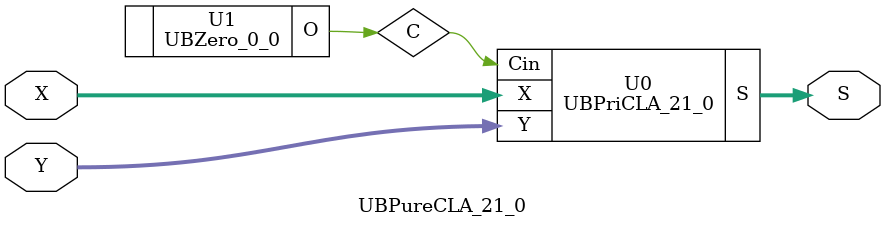
<source format=v>
/*----------------------------------------------------------------------------
  Copyright (c) 2021 Homma laboratory. All rights reserved.

  Top module: UBCLA_21_0_21_0

  Operand-1 length: 22
  Operand-2 length: 22
  Two-operand addition algorithm: Carry look-ahead adder
----------------------------------------------------------------------------*/

module GPGenerator(Go, Po, A, B);
  output Go;
  output Po;
  input A;
  input B;
  assign Go = A & B;
  assign Po = A ^ B;
endmodule

module CLAUnit_22(C, G, P, Cin);
  output [22:1] C;
  input Cin;
  input [21:0] G;
  input [21:0] P;
  assign C[1] = G[0] | ( P[0] & Cin );
  assign C[2] = G[1] | ( P[1] & G[0] ) | ( P[1] & P[0] & Cin );
  assign C[3] = G[2] | ( P[2] & G[1] ) | ( P[2] & P[1] & G[0] ) | ( P[2] & P[1] & P[0] & Cin );
  assign C[4] = G[3] | ( P[3] & G[2] ) | ( P[3] & P[2] & G[1] ) | ( P[3] & P[2] & P[1] & G[0] ) | ( P[3] & P[2] & P[1] & P[0] & Cin );
  assign C[5] = G[4] | ( P[4] & G[3] ) | ( P[4] & P[3] & G[2] ) | ( P[4] & P[3] & P[2] & G[1] ) | ( P[4] & P[3] & P[2] & P[1] & G[0] ) | ( P[4] & P[3] & P[2] & P[1] & P[0] & Cin );
  assign C[6] = G[5] | ( P[5] & G[4] ) | ( P[5] & P[4] & G[3] ) | ( P[5] & P[4] & P[3] & G[2] ) | ( P[5] & P[4] & P[3] & P[2] & G[1] ) | ( P[5] & P[4] & P[3] & P[2] & P[1] & G[0] ) | ( P[5] & P[4] & P[3]
 & P[2] & P[1] & P[0] & Cin );
  assign C[7] = G[6] | ( P[6] & G[5] ) | ( P[6] & P[5] & G[4] ) | ( P[6] & P[5] & P[4] & G[3] ) | ( P[6] & P[5] & P[4] & P[3] & G[2] ) | ( P[6] & P[5] & P[4] & P[3] & P[2] & G[1] ) | ( P[6] & P[5] & P[4]
 & P[3] & P[2] & P[1] & G[0] ) | ( P[6] & P[5] & P[4] & P[3] & P[2] & P[1] & P[0] & Cin );
  assign C[8] = G[7] | ( P[7] & G[6] ) | ( P[7] & P[6] & G[5] ) | ( P[7] & P[6] & P[5] & G[4] ) | ( P[7] & P[6] & P[5] & P[4] & G[3] ) | ( P[7] & P[6] & P[5] & P[4] & P[3] & G[2] ) | ( P[7] & P[6] & P[5]
 & P[4] & P[3] & P[2] & G[1] ) | ( P[7] & P[6] & P[5] & P[4] & P[3] & P[2] & P[1] & G[0] ) | ( P[7] & P[6] & P[5] & P[4] & P[3] & P[2] & P[1] & P[0] & Cin );
  assign C[9] = G[8] | ( P[8] & G[7] ) | ( P[8] & P[7] & G[6] ) | ( P[8] & P[7] & P[6] & G[5] ) | ( P[8] & P[7] & P[6] & P[5] & G[4] ) | ( P[8] & P[7] & P[6] & P[5] & P[4] & G[3] ) | ( P[8] & P[7] & P[6]
 & P[5] & P[4] & P[3] & G[2] ) | ( P[8] & P[7] & P[6] & P[5] & P[4] & P[3] & P[2] & G[1] ) | ( P[8] & P[7] & P[6] & P[5] & P[4] & P[3] & P[2] & P[1] & G[0] ) | ( P[8] & P[7] & P[6] & P[5] & P[4] & P[3]
 & P[2] & P[1] & P[0] & Cin );
  assign C[10] = G[9] | ( P[9] & G[8] ) | ( P[9] & P[8] & G[7] ) | ( P[9] & P[8] & P[7] & G[6] ) | ( P[9] & P[8] & P[7] & P[6] & G[5] ) | ( P[9] & P[8] & P[7] & P[6] & P[5] & G[4] ) | ( P[9] & P[8] & P[7]
 & P[6] & P[5] & P[4] & G[3] ) | ( P[9] & P[8] & P[7] & P[6] & P[5] & P[4] & P[3] & G[2] ) | ( P[9] & P[8] & P[7] & P[6] & P[5] & P[4] & P[3] & P[2] & G[1] ) | ( P[9] & P[8] & P[7] & P[6] & P[5] & P[4]
 & P[3] & P[2] & P[1] & G[0] ) | ( P[9] & P[8] & P[7] & P[6] & P[5] & P[4] & P[3] & P[2] & P[1] & P[0] & Cin );
  assign C[11] = G[10] | ( P[10] & G[9] ) | ( P[10] & P[9] & G[8] ) | ( P[10] & P[9] & P[8] & G[7] ) | ( P[10] & P[9] & P[8] & P[7] & G[6] ) | ( P[10] & P[9] & P[8] & P[7] & P[6] & G[5] ) | ( P[10] & P[9]
 & P[8] & P[7] & P[6] & P[5] & G[4] ) | ( P[10] & P[9] & P[8] & P[7] & P[6] & P[5] & P[4] & G[3] ) | ( P[10] & P[9] & P[8] & P[7] & P[6] & P[5] & P[4] & P[3] & G[2] ) | ( P[10] & P[9] & P[8] & P[7] & P[6]
 & P[5] & P[4] & P[3] & P[2] & G[1] ) | ( P[10] & P[9] & P[8] & P[7] & P[6] & P[5] & P[4] & P[3] & P[2] & P[1] & G[0] ) | ( P[10] & P[9] & P[8] & P[7] & P[6] & P[5] & P[4] & P[3] & P[2] & P[1] & P[0] &
 Cin );
  assign C[12] = G[11] | ( P[11] & G[10] ) | ( P[11] & P[10] & G[9] ) | ( P[11] & P[10] & P[9] & G[8] ) | ( P[11] & P[10] & P[9] & P[8] & G[7] ) | ( P[11] & P[10] & P[9] & P[8] & P[7] & G[6] ) | ( P[11]
 & P[10] & P[9] & P[8] & P[7] & P[6] & G[5] ) | ( P[11] & P[10] & P[9] & P[8] & P[7] & P[6] & P[5] & G[4] ) | ( P[11] & P[10] & P[9] & P[8] & P[7] & P[6] & P[5] & P[4] & G[3] ) | ( P[11] & P[10] & P[9]
 & P[8] & P[7] & P[6] & P[5] & P[4] & P[3] & G[2] ) | ( P[11] & P[10] & P[9] & P[8] & P[7] & P[6] & P[5] & P[4] & P[3] & P[2] & G[1] ) | ( P[11] & P[10] & P[9] & P[8] & P[7] & P[6] & P[5] & P[4] & P[3]
 & P[2] & P[1] & G[0] ) | ( P[11] & P[10] & P[9] & P[8] & P[7] & P[6] & P[5] & P[4] & P[3] & P[2] & P[1] & P[0] & Cin );
  assign C[13] = G[12] | ( P[12] & G[11] ) | ( P[12] & P[11] & G[10] ) | ( P[12] & P[11] & P[10] & G[9] ) | ( P[12] & P[11] & P[10] & P[9] & G[8] ) | ( P[12] & P[11] & P[10] & P[9] & P[8] & G[7] ) | ( P[12]
 & P[11] & P[10] & P[9] & P[8] & P[7] & G[6] ) | ( P[12] & P[11] & P[10] & P[9] & P[8] & P[7] & P[6] & G[5] ) | ( P[12] & P[11] & P[10] & P[9] & P[8] & P[7] & P[6] & P[5] & G[4] ) | ( P[12] & P[11] & P[10]
 & P[9] & P[8] & P[7] & P[6] & P[5] & P[4] & G[3] ) | ( P[12] & P[11] & P[10] & P[9] & P[8] & P[7] & P[6] & P[5] & P[4] & P[3] & G[2] ) | ( P[12] & P[11] & P[10] & P[9] & P[8] & P[7] & P[6] & P[5] & P[4]
 & P[3] & P[2] & G[1] ) | ( P[12] & P[11] & P[10] & P[9] & P[8] & P[7] & P[6] & P[5] & P[4] & P[3] & P[2] & P[1] & G[0] ) | ( P[12] & P[11] & P[10] & P[9] & P[8] & P[7] & P[6] & P[5] & P[4] & P[3] & P[2]
 & P[1] & P[0] & Cin );
  assign C[14] = G[13] | ( P[13] & G[12] ) | ( P[13] & P[12] & G[11] ) | ( P[13] & P[12] & P[11] & G[10] ) | ( P[13] & P[12] & P[11] & P[10] & G[9] ) | ( P[13] & P[12] & P[11] & P[10] & P[9] & G[8] ) |
 ( P[13] & P[12] & P[11] & P[10] & P[9] & P[8] & G[7] ) | ( P[13] & P[12] & P[11] & P[10] & P[9] & P[8] & P[7] & G[6] ) | ( P[13] & P[12] & P[11] & P[10] & P[9] & P[8] & P[7] & P[6] & G[5] ) | ( P[13] &
 P[12] & P[11] & P[10] & P[9] & P[8] & P[7] & P[6] & P[5] & G[4] ) | ( P[13] & P[12] & P[11] & P[10] & P[9] & P[8] & P[7] & P[6] & P[5] & P[4] & G[3] ) | ( P[13] & P[12] & P[11] & P[10] & P[9] & P[8] &
 P[7] & P[6] & P[5] & P[4] & P[3] & G[2] ) | ( P[13] & P[12] & P[11] & P[10] & P[9] & P[8] & P[7] & P[6] & P[5] & P[4] & P[3] & P[2] & G[1] ) | ( P[13] & P[12] & P[11] & P[10] & P[9] & P[8] & P[7] & P[6]
 & P[5] & P[4] & P[3] & P[2] & P[1] & G[0] ) | ( P[13] & P[12] & P[11] & P[10] & P[9] & P[8] & P[7] & P[6] & P[5] & P[4] & P[3] & P[2] & P[1] & P[0] & Cin );
  assign C[15] = G[14] | ( P[14] & G[13] ) | ( P[14] & P[13] & G[12] ) | ( P[14] & P[13] & P[12] & G[11] ) | ( P[14] & P[13] & P[12] & P[11] & G[10] ) | ( P[14] & P[13] & P[12] & P[11] & P[10] & G[9] )
 | ( P[14] & P[13] & P[12] & P[11] & P[10] & P[9] & G[8] ) | ( P[14] & P[13] & P[12] & P[11] & P[10] & P[9] & P[8] & G[7] ) | ( P[14] & P[13] & P[12] & P[11] & P[10] & P[9] & P[8] & P[7] & G[6] ) | ( P[14]
 & P[13] & P[12] & P[11] & P[10] & P[9] & P[8] & P[7] & P[6] & G[5] ) | ( P[14] & P[13] & P[12] & P[11] & P[10] & P[9] & P[8] & P[7] & P[6] & P[5] & G[4] ) | ( P[14] & P[13] & P[12] & P[11] & P[10] & P[9]
 & P[8] & P[7] & P[6] & P[5] & P[4] & G[3] ) | ( P[14] & P[13] & P[12] & P[11] & P[10] & P[9] & P[8] & P[7] & P[6] & P[5] & P[4] & P[3] & G[2] ) | ( P[14] & P[13] & P[12] & P[11] & P[10] & P[9] & P[8] &
 P[7] & P[6] & P[5] & P[4] & P[3] & P[2] & G[1] ) | ( P[14] & P[13] & P[12] & P[11] & P[10] & P[9] & P[8] & P[7] & P[6] & P[5] & P[4] & P[3] & P[2] & P[1] & G[0] ) | ( P[14] & P[13] & P[12] & P[11] & P[10]
 & P[9] & P[8] & P[7] & P[6] & P[5] & P[4] & P[3] & P[2] & P[1] & P[0] & Cin );
  assign C[16] = G[15] | ( P[15] & G[14] ) | ( P[15] & P[14] & G[13] ) | ( P[15] & P[14] & P[13] & G[12] ) | ( P[15] & P[14] & P[13] & P[12] & G[11] ) | ( P[15] & P[14] & P[13] & P[12] & P[11] & G[10] )
 | ( P[15] & P[14] & P[13] & P[12] & P[11] & P[10] & G[9] ) | ( P[15] & P[14] & P[13] & P[12] & P[11] & P[10] & P[9] & G[8] ) | ( P[15] & P[14] & P[13] & P[12] & P[11] & P[10] & P[9] & P[8] & G[7] ) | (
 P[15] & P[14] & P[13] & P[12] & P[11] & P[10] & P[9] & P[8] & P[7] & G[6] ) | ( P[15] & P[14] & P[13] & P[12] & P[11] & P[10] & P[9] & P[8] & P[7] & P[6] & G[5] ) | ( P[15] & P[14] & P[13] & P[12] & P[11]
 & P[10] & P[9] & P[8] & P[7] & P[6] & P[5] & G[4] ) | ( P[15] & P[14] & P[13] & P[12] & P[11] & P[10] & P[9] & P[8] & P[7] & P[6] & P[5] & P[4] & G[3] ) | ( P[15] & P[14] & P[13] & P[12] & P[11] & P[10]
 & P[9] & P[8] & P[7] & P[6] & P[5] & P[4] & P[3] & G[2] ) | ( P[15] & P[14] & P[13] & P[12] & P[11] & P[10] & P[9] & P[8] & P[7] & P[6] & P[5] & P[4] & P[3] & P[2] & G[1] ) | ( P[15] & P[14] & P[13] &
 P[12] & P[11] & P[10] & P[9] & P[8] & P[7] & P[6] & P[5] & P[4] & P[3] & P[2] & P[1] & G[0] ) | ( P[15] & P[14] & P[13] & P[12] & P[11] & P[10] & P[9] & P[8] & P[7] & P[6] & P[5] & P[4] & P[3] & P[2] &
 P[1] & P[0] & Cin );
  assign C[17] = G[16] | ( P[16] & G[15] ) | ( P[16] & P[15] & G[14] ) | ( P[16] & P[15] & P[14] & G[13] ) | ( P[16] & P[15] & P[14] & P[13] & G[12] ) | ( P[16] & P[15] & P[14] & P[13] & P[12] & G[11] )
 | ( P[16] & P[15] & P[14] & P[13] & P[12] & P[11] & G[10] ) | ( P[16] & P[15] & P[14] & P[13] & P[12] & P[11] & P[10] & G[9] ) | ( P[16] & P[15] & P[14] & P[13] & P[12] & P[11] & P[10] & P[9] & G[8] )
 | ( P[16] & P[15] & P[14] & P[13] & P[12] & P[11] & P[10] & P[9] & P[8] & G[7] ) | ( P[16] & P[15] & P[14] & P[13] & P[12] & P[11] & P[10] & P[9] & P[8] & P[7] & G[6] ) | ( P[16] & P[15] & P[14] & P[13]
 & P[12] & P[11] & P[10] & P[9] & P[8] & P[7] & P[6] & G[5] ) | ( P[16] & P[15] & P[14] & P[13] & P[12] & P[11] & P[10] & P[9] & P[8] & P[7] & P[6] & P[5] & G[4] ) | ( P[16] & P[15] & P[14] & P[13] & P[12]
 & P[11] & P[10] & P[9] & P[8] & P[7] & P[6] & P[5] & P[4] & G[3] ) | ( P[16] & P[15] & P[14] & P[13] & P[12] & P[11] & P[10] & P[9] & P[8] & P[7] & P[6] & P[5] & P[4] & P[3] & G[2] ) | ( P[16] & P[15]
 & P[14] & P[13] & P[12] & P[11] & P[10] & P[9] & P[8] & P[7] & P[6] & P[5] & P[4] & P[3] & P[2] & G[1] ) | ( P[16] & P[15] & P[14] & P[13] & P[12] & P[11] & P[10] & P[9] & P[8] & P[7] & P[6] & P[5] & P[4]
 & P[3] & P[2] & P[1] & G[0] ) | ( P[16] & P[15] & P[14] & P[13] & P[12] & P[11] & P[10] & P[9] & P[8] & P[7] & P[6] & P[5] & P[4] & P[3] & P[2] & P[1] & P[0] & Cin );
  assign C[18] = G[17] | ( P[17] & G[16] ) | ( P[17] & P[16] & G[15] ) | ( P[17] & P[16] & P[15] & G[14] ) | ( P[17] & P[16] & P[15] & P[14] & G[13] ) | ( P[17] & P[16] & P[15] & P[14] & P[13] & G[12] )
 | ( P[17] & P[16] & P[15] & P[14] & P[13] & P[12] & G[11] ) | ( P[17] & P[16] & P[15] & P[14] & P[13] & P[12] & P[11] & G[10] ) | ( P[17] & P[16] & P[15] & P[14] & P[13] & P[12] & P[11] & P[10] & G[9]
 ) | ( P[17] & P[16] & P[15] & P[14] & P[13] & P[12] & P[11] & P[10] & P[9] & G[8] ) | ( P[17] & P[16] & P[15] & P[14] & P[13] & P[12] & P[11] & P[10] & P[9] & P[8] & G[7] ) | ( P[17] & P[16] & P[15] &
 P[14] & P[13] & P[12] & P[11] & P[10] & P[9] & P[8] & P[7] & G[6] ) | ( P[17] & P[16] & P[15] & P[14] & P[13] & P[12] & P[11] & P[10] & P[9] & P[8] & P[7] & P[6] & G[5] ) | ( P[17] & P[16] & P[15] & P[14]
 & P[13] & P[12] & P[11] & P[10] & P[9] & P[8] & P[7] & P[6] & P[5] & G[4] ) | ( P[17] & P[16] & P[15] & P[14] & P[13] & P[12] & P[11] & P[10] & P[9] & P[8] & P[7] & P[6] & P[5] & P[4] & G[3] ) | ( P[17]
 & P[16] & P[15] & P[14] & P[13] & P[12] & P[11] & P[10] & P[9] & P[8] & P[7] & P[6] & P[5] & P[4] & P[3] & G[2] ) | ( P[17] & P[16] & P[15] & P[14] & P[13] & P[12] & P[11] & P[10] & P[9] & P[8] & P[7]
 & P[6] & P[5] & P[4] & P[3] & P[2] & G[1] ) | ( P[17] & P[16] & P[15] & P[14] & P[13] & P[12] & P[11] & P[10] & P[9] & P[8] & P[7] & P[6] & P[5] & P[4] & P[3] & P[2] & P[1] & G[0] ) | ( P[17] & P[16] &
 P[15] & P[14] & P[13] & P[12] & P[11] & P[10] & P[9] & P[8] & P[7] & P[6] & P[5] & P[4] & P[3] & P[2] & P[1] & P[0] & Cin );
  assign C[19] = G[18] | ( P[18] & G[17] ) | ( P[18] & P[17] & G[16] ) | ( P[18] & P[17] & P[16] & G[15] ) | ( P[18] & P[17] & P[16] & P[15] & G[14] ) | ( P[18] & P[17] & P[16] & P[15] & P[14] & G[13] )
 | ( P[18] & P[17] & P[16] & P[15] & P[14] & P[13] & G[12] ) | ( P[18] & P[17] & P[16] & P[15] & P[14] & P[13] & P[12] & G[11] ) | ( P[18] & P[17] & P[16] & P[15] & P[14] & P[13] & P[12] & P[11] & G[10]
 ) | ( P[18] & P[17] & P[16] & P[15] & P[14] & P[13] & P[12] & P[11] & P[10] & G[9] ) | ( P[18] & P[17] & P[16] & P[15] & P[14] & P[13] & P[12] & P[11] & P[10] & P[9] & G[8] ) | ( P[18] & P[17] & P[16]
 & P[15] & P[14] & P[13] & P[12] & P[11] & P[10] & P[9] & P[8] & G[7] ) | ( P[18] & P[17] & P[16] & P[15] & P[14] & P[13] & P[12] & P[11] & P[10] & P[9] & P[8] & P[7] & G[6] ) | ( P[18] & P[17] & P[16]
 & P[15] & P[14] & P[13] & P[12] & P[11] & P[10] & P[9] & P[8] & P[7] & P[6] & G[5] ) | ( P[18] & P[17] & P[16] & P[15] & P[14] & P[13] & P[12] & P[11] & P[10] & P[9] & P[8] & P[7] & P[6] & P[5] & G[4]
 ) | ( P[18] & P[17] & P[16] & P[15] & P[14] & P[13] & P[12] & P[11] & P[10] & P[9] & P[8] & P[7] & P[6] & P[5] & P[4] & G[3] ) | ( P[18] & P[17] & P[16] & P[15] & P[14] & P[13] & P[12] & P[11] & P[10]
 & P[9] & P[8] & P[7] & P[6] & P[5] & P[4] & P[3] & G[2] ) | ( P[18] & P[17] & P[16] & P[15] & P[14] & P[13] & P[12] & P[11] & P[10] & P[9] & P[8] & P[7] & P[6] & P[5] & P[4] & P[3] & P[2] & G[1] ) | (
 P[18] & P[17] & P[16] & P[15] & P[14] & P[13] & P[12] & P[11] & P[10] & P[9] & P[8] & P[7] & P[6] & P[5] & P[4] & P[3] & P[2] & P[1] & G[0] ) | ( P[18] & P[17] & P[16] & P[15] & P[14] & P[13] & P[12] &
 P[11] & P[10] & P[9] & P[8] & P[7] & P[6] & P[5] & P[4] & P[3] & P[2] & P[1] & P[0] & Cin );
  assign C[20] = G[19] | ( P[19] & G[18] ) | ( P[19] & P[18] & G[17] ) | ( P[19] & P[18] & P[17] & G[16] ) | ( P[19] & P[18] & P[17] & P[16] & G[15] ) | ( P[19] & P[18] & P[17] & P[16] & P[15] & G[14] )
 | ( P[19] & P[18] & P[17] & P[16] & P[15] & P[14] & G[13] ) | ( P[19] & P[18] & P[17] & P[16] & P[15] & P[14] & P[13] & G[12] ) | ( P[19] & P[18] & P[17] & P[16] & P[15] & P[14] & P[13] & P[12] & G[11]
 ) | ( P[19] & P[18] & P[17] & P[16] & P[15] & P[14] & P[13] & P[12] & P[11] & G[10] ) | ( P[19] & P[18] & P[17] & P[16] & P[15] & P[14] & P[13] & P[12] & P[11] & P[10] & G[9] ) | ( P[19] & P[18] & P[17]
 & P[16] & P[15] & P[14] & P[13] & P[12] & P[11] & P[10] & P[9] & G[8] ) | ( P[19] & P[18] & P[17] & P[16] & P[15] & P[14] & P[13] & P[12] & P[11] & P[10] & P[9] & P[8] & G[7] ) | ( P[19] & P[18] & P[17]
 & P[16] & P[15] & P[14] & P[13] & P[12] & P[11] & P[10] & P[9] & P[8] & P[7] & G[6] ) | ( P[19] & P[18] & P[17] & P[16] & P[15] & P[14] & P[13] & P[12] & P[11] & P[10] & P[9] & P[8] & P[7] & P[6] & G[5]
 ) | ( P[19] & P[18] & P[17] & P[16] & P[15] & P[14] & P[13] & P[12] & P[11] & P[10] & P[9] & P[8] & P[7] & P[6] & P[5] & G[4] ) | ( P[19] & P[18] & P[17] & P[16] & P[15] & P[14] & P[13] & P[12] & P[11]
 & P[10] & P[9] & P[8] & P[7] & P[6] & P[5] & P[4] & G[3] ) | ( P[19] & P[18] & P[17] & P[16] & P[15] & P[14] & P[13] & P[12] & P[11] & P[10] & P[9] & P[8] & P[7] & P[6] & P[5] & P[4] & P[3] & G[2] ) |
 ( P[19] & P[18] & P[17] & P[16] & P[15] & P[14] & P[13] & P[12] & P[11] & P[10] & P[9] & P[8] & P[7] & P[6] & P[5] & P[4] & P[3] & P[2] & G[1] ) | ( P[19] & P[18] & P[17] & P[16] & P[15] & P[14] & P[13]
 & P[12] & P[11] & P[10] & P[9] & P[8] & P[7] & P[6] & P[5] & P[4] & P[3] & P[2] & P[1] & G[0] ) | ( P[19] & P[18] & P[17] & P[16] & P[15] & P[14] & P[13] & P[12] & P[11] & P[10] & P[9] & P[8] & P[7] &
 P[6] & P[5] & P[4] & P[3] & P[2] & P[1] & P[0] & Cin );
  assign C[21] = G[20] | ( P[20] & G[19] ) | ( P[20] & P[19] & G[18] ) | ( P[20] & P[19] & P[18] & G[17] ) | ( P[20] & P[19] & P[18] & P[17] & G[16] ) | ( P[20] & P[19] & P[18] & P[17] & P[16] & G[15] )
 | ( P[20] & P[19] & P[18] & P[17] & P[16] & P[15] & G[14] ) | ( P[20] & P[19] & P[18] & P[17] & P[16] & P[15] & P[14] & G[13] ) | ( P[20] & P[19] & P[18] & P[17] & P[16] & P[15] & P[14] & P[13] & G[12]
 ) | ( P[20] & P[19] & P[18] & P[17] & P[16] & P[15] & P[14] & P[13] & P[12] & G[11] ) | ( P[20] & P[19] & P[18] & P[17] & P[16] & P[15] & P[14] & P[13] & P[12] & P[11] & G[10] ) | ( P[20] & P[19] & P[18]
 & P[17] & P[16] & P[15] & P[14] & P[13] & P[12] & P[11] & P[10] & G[9] ) | ( P[20] & P[19] & P[18] & P[17] & P[16] & P[15] & P[14] & P[13] & P[12] & P[11] & P[10] & P[9] & G[8] ) | ( P[20] & P[19] & P[18]
 & P[17] & P[16] & P[15] & P[14] & P[13] & P[12] & P[11] & P[10] & P[9] & P[8] & G[7] ) | ( P[20] & P[19] & P[18] & P[17] & P[16] & P[15] & P[14] & P[13] & P[12] & P[11] & P[10] & P[9] & P[8] & P[7] & G[6]
 ) | ( P[20] & P[19] & P[18] & P[17] & P[16] & P[15] & P[14] & P[13] & P[12] & P[11] & P[10] & P[9] & P[8] & P[7] & P[6] & G[5] ) | ( P[20] & P[19] & P[18] & P[17] & P[16] & P[15] & P[14] & P[13] & P[12]
 & P[11] & P[10] & P[9] & P[8] & P[7] & P[6] & P[5] & G[4] ) | ( P[20] & P[19] & P[18] & P[17] & P[16] & P[15] & P[14] & P[13] & P[12] & P[11] & P[10] & P[9] & P[8] & P[7] & P[6] & P[5] & P[4] & G[3] )
 | ( P[20] & P[19] & P[18] & P[17] & P[16] & P[15] & P[14] & P[13] & P[12] & P[11] & P[10] & P[9] & P[8] & P[7] & P[6] & P[5] & P[4] & P[3] & G[2] ) | ( P[20] & P[19] & P[18] & P[17] & P[16] & P[15] & P[14]
 & P[13] & P[12] & P[11] & P[10] & P[9] & P[8] & P[7] & P[6] & P[5] & P[4] & P[3] & P[2] & G[1] ) | ( P[20] & P[19] & P[18] & P[17] & P[16] & P[15] & P[14] & P[13] & P[12] & P[11] & P[10] & P[9] & P[8]
 & P[7] & P[6] & P[5] & P[4] & P[3] & P[2] & P[1] & G[0] ) | ( P[20] & P[19] & P[18] & P[17] & P[16] & P[15] & P[14] & P[13] & P[12] & P[11] & P[10] & P[9] & P[8] & P[7] & P[6] & P[5] & P[4] & P[3] & P[2]
 & P[1] & P[0] & Cin );
  assign C[22] = G[21] | ( P[21] & G[20] ) | ( P[21] & P[20] & G[19] ) | ( P[21] & P[20] & P[19] & G[18] ) | ( P[21] & P[20] & P[19] & P[18] & G[17] ) | ( P[21] & P[20] & P[19] & P[18] & P[17] & G[16] )
 | ( P[21] & P[20] & P[19] & P[18] & P[17] & P[16] & G[15] ) | ( P[21] & P[20] & P[19] & P[18] & P[17] & P[16] & P[15] & G[14] ) | ( P[21] & P[20] & P[19] & P[18] & P[17] & P[16] & P[15] & P[14] & G[13]
 ) | ( P[21] & P[20] & P[19] & P[18] & P[17] & P[16] & P[15] & P[14] & P[13] & G[12] ) | ( P[21] & P[20] & P[19] & P[18] & P[17] & P[16] & P[15] & P[14] & P[13] & P[12] & G[11] ) | ( P[21] & P[20] & P[19]
 & P[18] & P[17] & P[16] & P[15] & P[14] & P[13] & P[12] & P[11] & G[10] ) | ( P[21] & P[20] & P[19] & P[18] & P[17] & P[16] & P[15] & P[14] & P[13] & P[12] & P[11] & P[10] & G[9] ) | ( P[21] & P[20] &
 P[19] & P[18] & P[17] & P[16] & P[15] & P[14] & P[13] & P[12] & P[11] & P[10] & P[9] & G[8] ) | ( P[21] & P[20] & P[19] & P[18] & P[17] & P[16] & P[15] & P[14] & P[13] & P[12] & P[11] & P[10] & P[9] &
 P[8] & G[7] ) | ( P[21] & P[20] & P[19] & P[18] & P[17] & P[16] & P[15] & P[14] & P[13] & P[12] & P[11] & P[10] & P[9] & P[8] & P[7] & G[6] ) | ( P[21] & P[20] & P[19] & P[18] & P[17] & P[16] & P[15] &
 P[14] & P[13] & P[12] & P[11] & P[10] & P[9] & P[8] & P[7] & P[6] & G[5] ) | ( P[21] & P[20] & P[19] & P[18] & P[17] & P[16] & P[15] & P[14] & P[13] & P[12] & P[11] & P[10] & P[9] & P[8] & P[7] & P[6]
 & P[5] & G[4] ) | ( P[21] & P[20] & P[19] & P[18] & P[17] & P[16] & P[15] & P[14] & P[13] & P[12] & P[11] & P[10] & P[9] & P[8] & P[7] & P[6] & P[5] & P[4] & G[3] ) | ( P[21] & P[20] & P[19] & P[18] &
 P[17] & P[16] & P[15] & P[14] & P[13] & P[12] & P[11] & P[10] & P[9] & P[8] & P[7] & P[6] & P[5] & P[4] & P[3] & G[2] ) | ( P[21] & P[20] & P[19] & P[18] & P[17] & P[16] & P[15] & P[14] & P[13] & P[12]
 & P[11] & P[10] & P[9] & P[8] & P[7] & P[6] & P[5] & P[4] & P[3] & P[2] & G[1] ) | ( P[21] & P[20] & P[19] & P[18] & P[17] & P[16] & P[15] & P[14] & P[13] & P[12] & P[11] & P[10] & P[9] & P[8] & P[7] &
 P[6] & P[5] & P[4] & P[3] & P[2] & P[1] & G[0] ) | ( P[21] & P[20] & P[19] & P[18] & P[17] & P[16] & P[15] & P[14] & P[13] & P[12] & P[11] & P[10] & P[9] & P[8] & P[7] & P[6] & P[5] & P[4] & P[3] & P[2]
 & P[1] & P[0] & Cin );
endmodule

module UBPriCLA_21_0(S, X, Y, Cin);
  output [22:0] S;
  input Cin;
  input [21:0] X;
  input [21:0] Y;
  wire [22:1] C;
  wire [21:0] G;
  wire [21:0] P;
  assign S[0] = Cin ^ P[0];
  assign S[1] = C[1] ^ P[1];
  assign S[2] = C[2] ^ P[2];
  assign S[3] = C[3] ^ P[3];
  assign S[4] = C[4] ^ P[4];
  assign S[5] = C[5] ^ P[5];
  assign S[6] = C[6] ^ P[6];
  assign S[7] = C[7] ^ P[7];
  assign S[8] = C[8] ^ P[8];
  assign S[9] = C[9] ^ P[9];
  assign S[10] = C[10] ^ P[10];
  assign S[11] = C[11] ^ P[11];
  assign S[12] = C[12] ^ P[12];
  assign S[13] = C[13] ^ P[13];
  assign S[14] = C[14] ^ P[14];
  assign S[15] = C[15] ^ P[15];
  assign S[16] = C[16] ^ P[16];
  assign S[17] = C[17] ^ P[17];
  assign S[18] = C[18] ^ P[18];
  assign S[19] = C[19] ^ P[19];
  assign S[20] = C[20] ^ P[20];
  assign S[21] = C[21] ^ P[21];
  assign S[22] = C[22];
  GPGenerator U0 (G[0], P[0], X[0], Y[0]);
  GPGenerator U1 (G[1], P[1], X[1], Y[1]);
  GPGenerator U2 (G[2], P[2], X[2], Y[2]);
  GPGenerator U3 (G[3], P[3], X[3], Y[3]);
  GPGenerator U4 (G[4], P[4], X[4], Y[4]);
  GPGenerator U5 (G[5], P[5], X[5], Y[5]);
  GPGenerator U6 (G[6], P[6], X[6], Y[6]);
  GPGenerator U7 (G[7], P[7], X[7], Y[7]);
  GPGenerator U8 (G[8], P[8], X[8], Y[8]);
  GPGenerator U9 (G[9], P[9], X[9], Y[9]);
  GPGenerator U10 (G[10], P[10], X[10], Y[10]);
  GPGenerator U11 (G[11], P[11], X[11], Y[11]);
  GPGenerator U12 (G[12], P[12], X[12], Y[12]);
  GPGenerator U13 (G[13], P[13], X[13], Y[13]);
  GPGenerator U14 (G[14], P[14], X[14], Y[14]);
  GPGenerator U15 (G[15], P[15], X[15], Y[15]);
  GPGenerator U16 (G[16], P[16], X[16], Y[16]);
  GPGenerator U17 (G[17], P[17], X[17], Y[17]);
  GPGenerator U18 (G[18], P[18], X[18], Y[18]);
  GPGenerator U19 (G[19], P[19], X[19], Y[19]);
  GPGenerator U20 (G[20], P[20], X[20], Y[20]);
  GPGenerator U21 (G[21], P[21], X[21], Y[21]);
  CLAUnit_22 U22 (C, G, P, Cin);
endmodule

module UBZero_0_0(O);
  output [0:0] O;
  assign O[0] = 0;
endmodule

module UBCLA_21_0_21_0 (S, X, Y);
  output [22:0] S;
  input [21:0] X;
  input [21:0] Y;
  UBPureCLA_21_0 U0 (S[22:0], X[21:0], Y[21:0]);
endmodule

module UBPureCLA_21_0 (S, X, Y);
  output [22:0] S;
  input [21:0] X;
  input [21:0] Y;
  wire C;
  UBPriCLA_21_0 U0 (S, X, Y, C);
  UBZero_0_0 U1 (C);
endmodule


</source>
